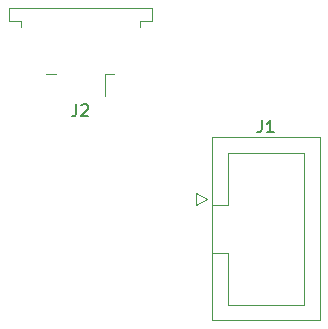
<source format=gbr>
%TF.GenerationSoftware,KiCad,Pcbnew,8.0.6*%
%TF.CreationDate,2025-02-12T14:20:06-05:00*%
%TF.ProjectId,module led hall,6d6f6475-6c65-4206-9c65-642068616c6c,rev?*%
%TF.SameCoordinates,Original*%
%TF.FileFunction,Legend,Top*%
%TF.FilePolarity,Positive*%
%FSLAX46Y46*%
G04 Gerber Fmt 4.6, Leading zero omitted, Abs format (unit mm)*
G04 Created by KiCad (PCBNEW 8.0.6) date 2025-02-12 14:20:06*
%MOMM*%
%LPD*%
G01*
G04 APERTURE LIST*
%ADD10C,0.150000*%
%ADD11C,0.120000*%
G04 APERTURE END LIST*
D10*
X115436666Y-90354819D02*
X115436666Y-91069104D01*
X115436666Y-91069104D02*
X115389047Y-91211961D01*
X115389047Y-91211961D02*
X115293809Y-91307200D01*
X115293809Y-91307200D02*
X115150952Y-91354819D01*
X115150952Y-91354819D02*
X115055714Y-91354819D01*
X116436666Y-91354819D02*
X115865238Y-91354819D01*
X116150952Y-91354819D02*
X116150952Y-90354819D01*
X116150952Y-90354819D02*
X116055714Y-90497676D01*
X116055714Y-90497676D02*
X115960476Y-90592914D01*
X115960476Y-90592914D02*
X115865238Y-90640533D01*
X99716666Y-88994819D02*
X99716666Y-89709104D01*
X99716666Y-89709104D02*
X99669047Y-89851961D01*
X99669047Y-89851961D02*
X99573809Y-89947200D01*
X99573809Y-89947200D02*
X99430952Y-89994819D01*
X99430952Y-89994819D02*
X99335714Y-89994819D01*
X100145238Y-89090057D02*
X100192857Y-89042438D01*
X100192857Y-89042438D02*
X100288095Y-88994819D01*
X100288095Y-88994819D02*
X100526190Y-88994819D01*
X100526190Y-88994819D02*
X100621428Y-89042438D01*
X100621428Y-89042438D02*
X100669047Y-89090057D01*
X100669047Y-89090057D02*
X100716666Y-89185295D01*
X100716666Y-89185295D02*
X100716666Y-89280533D01*
X100716666Y-89280533D02*
X100669047Y-89423390D01*
X100669047Y-89423390D02*
X100097619Y-89994819D01*
X100097619Y-89994819D02*
X100716666Y-89994819D01*
D11*
%TO.C,J1*%
X109820000Y-96500000D02*
X109820000Y-97500000D01*
X109820000Y-97500000D02*
X110820000Y-97000000D01*
X110820000Y-97000000D02*
X109820000Y-96500000D01*
X111210000Y-91790000D02*
X120330000Y-91790000D01*
X111210000Y-97490000D02*
X112520000Y-97490000D01*
X111210000Y-107290000D02*
X111210000Y-91790000D01*
X112520000Y-93090000D02*
X119020000Y-93090000D01*
X112520000Y-97490000D02*
X112520000Y-93090000D01*
X112520000Y-101590000D02*
X111210000Y-101590000D01*
X112520000Y-101590000D02*
X112520000Y-101590000D01*
X112520000Y-105990000D02*
X112520000Y-101590000D01*
X119020000Y-93090000D02*
X119020000Y-105990000D01*
X119020000Y-105990000D02*
X112520000Y-105990000D01*
X120330000Y-91790000D02*
X120330000Y-107290000D01*
X120330000Y-107290000D02*
X111210000Y-107290000D01*
%TO.C,J2*%
X93980000Y-80830000D02*
X106120000Y-80830000D01*
X93980000Y-81940000D02*
X93980000Y-80830000D01*
X95005000Y-81940000D02*
X93980000Y-81940000D01*
X95005000Y-82480000D02*
X95005000Y-81940000D01*
X97985000Y-86450000D02*
X97160000Y-86450000D01*
X102115000Y-86450000D02*
X102115000Y-88250000D01*
X102940000Y-86450000D02*
X102115000Y-86450000D01*
X105095000Y-81940000D02*
X105095000Y-82480000D01*
X106120000Y-80830000D02*
X106120000Y-81940000D01*
X106120000Y-81940000D02*
X105095000Y-81940000D01*
%TD*%
M02*

</source>
